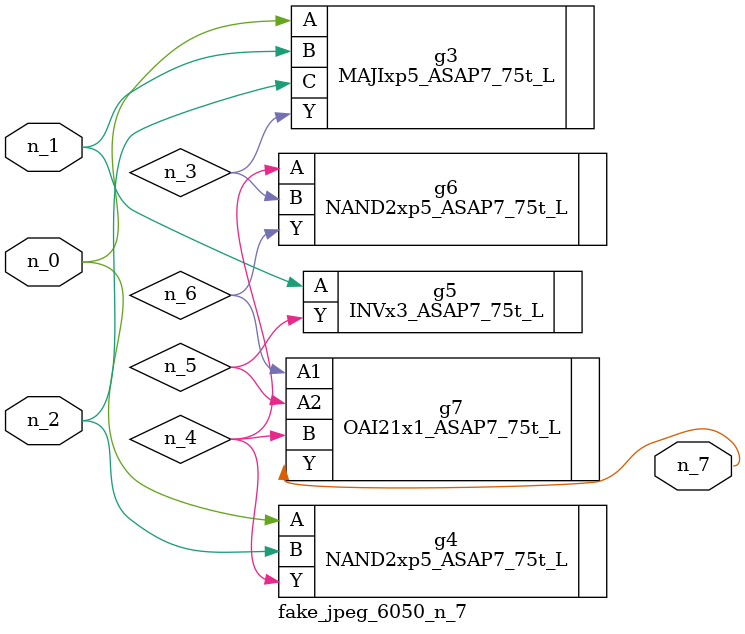
<source format=v>
module fake_jpeg_6050_n_7 (n_0, n_2, n_1, n_7);

input n_0;
input n_2;
input n_1;

output n_7;

wire n_3;
wire n_4;
wire n_6;
wire n_5;

MAJIxp5_ASAP7_75t_L g3 ( 
.A(n_0),
.B(n_1),
.C(n_2),
.Y(n_3)
);

NAND2xp5_ASAP7_75t_L g4 ( 
.A(n_0),
.B(n_2),
.Y(n_4)
);

INVx3_ASAP7_75t_L g5 ( 
.A(n_1),
.Y(n_5)
);

NAND2xp5_ASAP7_75t_L g6 ( 
.A(n_4),
.B(n_3),
.Y(n_6)
);

OAI21x1_ASAP7_75t_L g7 ( 
.A1(n_6),
.A2(n_5),
.B(n_4),
.Y(n_7)
);


endmodule
</source>
